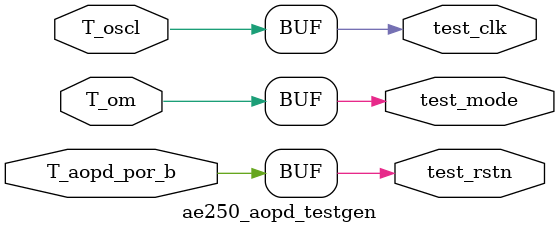
<source format=v>


module ae250_aopd_testgen (
	  T_om,
	  T_oscl,
	  T_aopd_por_b,
	  test_mode,
	  test_clk,
	  test_rstn
);

input	T_om;
input	T_oscl;
input	T_aopd_por_b;

output	test_mode;
output	test_clk;
output	test_rstn;

assign	test_mode = T_om;
assign	test_clk = T_oscl;
assign	test_rstn = T_aopd_por_b;


endmodule

</source>
